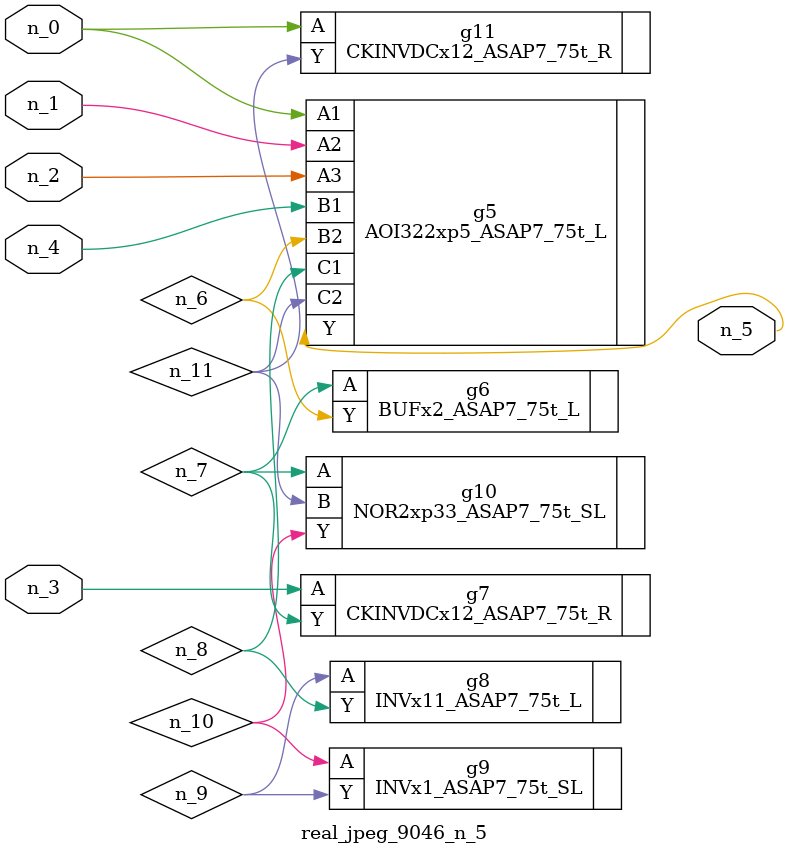
<source format=v>
module real_jpeg_9046_n_5 (n_4, n_0, n_1, n_2, n_3, n_5);

input n_4;
input n_0;
input n_1;
input n_2;
input n_3;

output n_5;

wire n_8;
wire n_11;
wire n_6;
wire n_7;
wire n_10;
wire n_9;

AOI322xp5_ASAP7_75t_L g5 ( 
.A1(n_0),
.A2(n_1),
.A3(n_2),
.B1(n_4),
.B2(n_6),
.C1(n_8),
.C2(n_11),
.Y(n_5)
);

CKINVDCx12_ASAP7_75t_R g11 ( 
.A(n_0),
.Y(n_11)
);

CKINVDCx12_ASAP7_75t_R g7 ( 
.A(n_3),
.Y(n_7)
);

BUFx2_ASAP7_75t_L g6 ( 
.A(n_7),
.Y(n_6)
);

NOR2xp33_ASAP7_75t_SL g10 ( 
.A(n_7),
.B(n_11),
.Y(n_10)
);

INVx11_ASAP7_75t_L g8 ( 
.A(n_9),
.Y(n_8)
);

INVx1_ASAP7_75t_SL g9 ( 
.A(n_10),
.Y(n_9)
);


endmodule
</source>
